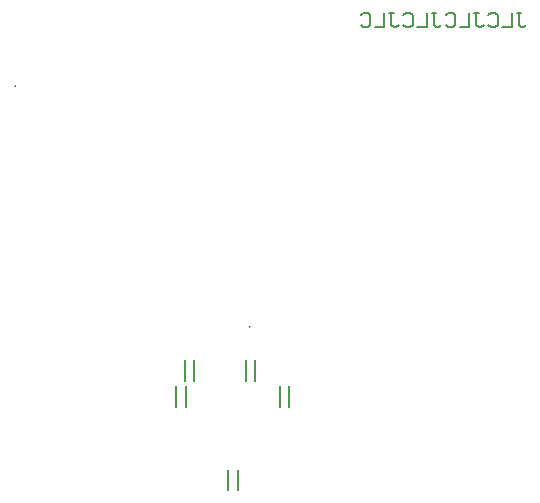
<source format=gbo>
G04 This is an RS-274x file exported by *
G04 gerbv version 2.6A *
G04 More information is available about gerbv at *
G04 http://gerbv.geda-project.org/ *
G04 --End of header info--*
%MOIN*%
%FSLAX34Y34*%
%IPPOS*%
G04 --Define apertures--*
%ADD10C,0.0079*%
%ADD11C,0.0050*%
G04 --Start main section--*
G54D10*
G01X-008061Y0003807D02*
G75*
G03X-008061Y0003807I-000020J0000000D01*
G01X-000236Y-004222D02*
G75*
G03X-000236Y-004222I-000020J0000000D01*
G01X0008652Y0006240D02*
G01X0008809Y0006240D01*
G01X0008809Y0006240D02*
G01X0008730Y0006240D01*
G01X0008730Y0006240D02*
G01X0008730Y0005846D01*
G01X0008730Y0005846D02*
G01X0008809Y0005768D01*
G01X0008809Y0005768D02*
G01X0008888Y0005768D01*
G01X0008888Y0005768D02*
G01X0008967Y0005846D01*
G01X0008494Y0006240D02*
G01X0008494Y0005768D01*
G01X0008494Y0005768D02*
G01X0008179Y0005768D01*
G01X0007707Y0006161D02*
G01X0007786Y0006240D01*
G01X0007786Y0006240D02*
G01X0007943Y0006240D01*
G01X0007943Y0006240D02*
G01X0008022Y0006161D01*
G01X0008022Y0006161D02*
G01X0008022Y0005846D01*
G01X0008022Y0005846D02*
G01X0007943Y0005768D01*
G01X0007943Y0005768D02*
G01X0007786Y0005768D01*
G01X0007786Y0005768D02*
G01X0007707Y0005846D01*
G01X0007235Y0006240D02*
G01X0007392Y0006240D01*
G01X0007392Y0006240D02*
G01X0007313Y0006240D01*
G01X0007313Y0006240D02*
G01X0007313Y0005846D01*
G01X0007313Y0005846D02*
G01X0007392Y0005768D01*
G01X0007392Y0005768D02*
G01X0007471Y0005768D01*
G01X0007471Y0005768D02*
G01X0007550Y0005846D01*
G01X0007077Y0006240D02*
G01X0007077Y0005768D01*
G01X0007077Y0005768D02*
G01X0006763Y0005768D01*
G01X0006290Y0006161D02*
G01X0006369Y0006240D01*
G01X0006369Y0006240D02*
G01X0006526Y0006240D01*
G01X0006526Y0006240D02*
G01X0006605Y0006161D01*
G01X0006605Y0006161D02*
G01X0006605Y0005846D01*
G01X0006605Y0005846D02*
G01X0006526Y0005768D01*
G01X0006526Y0005768D02*
G01X0006369Y0005768D01*
G01X0006369Y0005768D02*
G01X0006290Y0005846D01*
G01X0005818Y0006240D02*
G01X0005975Y0006240D01*
G01X0005975Y0006240D02*
G01X0005897Y0006240D01*
G01X0005897Y0006240D02*
G01X0005897Y0005846D01*
G01X0005897Y0005846D02*
G01X0005975Y0005768D01*
G01X0005975Y0005768D02*
G01X0006054Y0005768D01*
G01X0006054Y0005768D02*
G01X0006133Y0005846D01*
G01X0005661Y0006240D02*
G01X0005661Y0005768D01*
G01X0005661Y0005768D02*
G01X0005346Y0005768D01*
G01X0004873Y0006161D02*
G01X0004952Y0006240D01*
G01X0004952Y0006240D02*
G01X0005110Y0006240D01*
G01X0005110Y0006240D02*
G01X0005188Y0006161D01*
G01X0005188Y0006161D02*
G01X0005188Y0005846D01*
G01X0005188Y0005846D02*
G01X0005110Y0005768D01*
G01X0005110Y0005768D02*
G01X0004952Y0005768D01*
G01X0004952Y0005768D02*
G01X0004873Y0005846D01*
G01X0004401Y0006240D02*
G01X0004559Y0006240D01*
G01X0004559Y0006240D02*
G01X0004480Y0006240D01*
G01X0004480Y0006240D02*
G01X0004480Y0005846D01*
G01X0004480Y0005846D02*
G01X0004559Y0005768D01*
G01X0004559Y0005768D02*
G01X0004637Y0005768D01*
G01X0004637Y0005768D02*
G01X0004716Y0005846D01*
G01X0004244Y0006240D02*
G01X0004244Y0005768D01*
G01X0004244Y0005768D02*
G01X0003929Y0005768D01*
G01X0003457Y0006161D02*
G01X0003535Y0006240D01*
G01X0003535Y0006240D02*
G01X0003693Y0006240D01*
G01X0003693Y0006240D02*
G01X0003771Y0006161D01*
G01X0003771Y0006161D02*
G01X0003771Y0005846D01*
G01X0003771Y0005846D02*
G01X0003693Y0005768D01*
G01X0003693Y0005768D02*
G01X0003535Y0005768D01*
G01X0003535Y0005768D02*
G01X0003457Y0005846D01*
G54D11*
G01X-002096Y-006014D02*
G01X-002096Y-005324D01*
G01X-002411Y-006014D02*
G01X-002411Y-005324D01*
G01X-002372Y-006880D02*
G01X-002372Y-006190D01*
G01X-002687Y-006880D02*
G01X-002687Y-006190D01*
G01X-000069Y-006014D02*
G01X-000069Y-005324D01*
G01X-000384Y-006014D02*
G01X-000384Y-005324D01*
G01X0000748Y-006880D02*
G01X0000748Y-006190D01*
G01X0001063Y-006880D02*
G01X0001063Y-006190D01*
G01X-000965Y-009666D02*
G01X-000965Y-008976D01*
G01X-000650Y-009666D02*
G01X-000650Y-008976D01*
M02*

</source>
